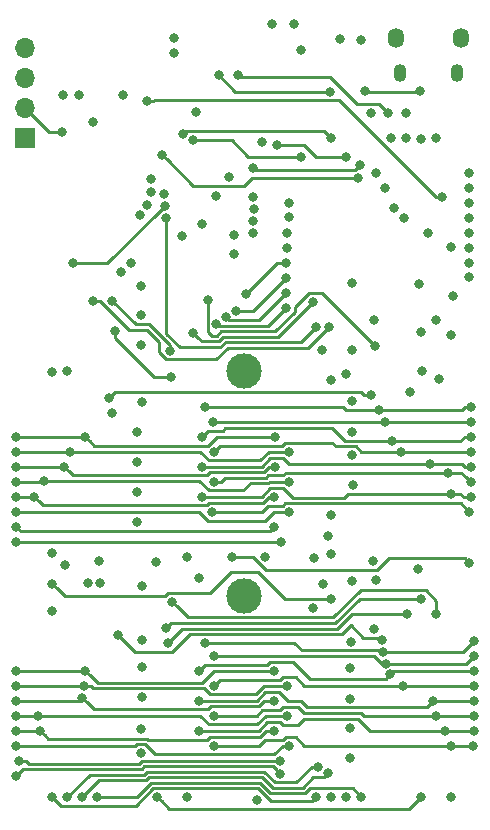
<source format=gbr>
G04 #@! TF.GenerationSoftware,KiCad,Pcbnew,(5.1.5-rc2)*
G04 #@! TF.CreationDate,2020-01-23T16:56:20-08:00*
G04 #@! TF.ProjectId,fpgb,66706762-2e6b-4696-9361-645f70636258,0.1*
G04 #@! TF.SameCoordinates,Original*
G04 #@! TF.FileFunction,Copper,L3,Inr*
G04 #@! TF.FilePolarity,Positive*
%FSLAX46Y46*%
G04 Gerber Fmt 4.6, Leading zero omitted, Abs format (unit mm)*
G04 Created by KiCad (PCBNEW (5.1.5-rc2)) date 2020-01-23 16:56:20*
%MOMM*%
%LPD*%
G04 APERTURE LIST*
%ADD10O,1.700000X1.700000*%
%ADD11R,1.700000X1.700000*%
%ADD12O,1.350000X1.700000*%
%ADD13O,1.100000X1.500000*%
%ADD14C,0.800000*%
%ADD15C,3.000000*%
%ADD16C,0.254000*%
G04 APERTURE END LIST*
D10*
X100330000Y-45339000D03*
X100330000Y-47879000D03*
X100330000Y-50419000D03*
D11*
X100330000Y-52959000D03*
D12*
X137198000Y-44478000D03*
X131738000Y-44478000D03*
D13*
X136888000Y-47478000D03*
X132048000Y-47478000D03*
D14*
X116713000Y-47625000D03*
X120650000Y-88392000D03*
X119912232Y-108973558D03*
X126238000Y-84836000D03*
X115062000Y-90170000D03*
X128712000Y-44620000D03*
X126111002Y-49022000D03*
X124714000Y-66802000D03*
X114554000Y-69469000D03*
X109759790Y-85471000D03*
X133858000Y-108712000D03*
X133604000Y-89408000D03*
X133858000Y-69342000D03*
X111506000Y-108712000D03*
X111429279Y-88829389D03*
X128524000Y-56324500D03*
X111886994Y-54356000D03*
X109759790Y-82880200D03*
X109759790Y-77800200D03*
X116332000Y-104394000D03*
X137922005Y-84581993D03*
X138243429Y-104399790D03*
X136398000Y-104394000D03*
X116109193Y-84622916D03*
X137858500Y-64706500D03*
X137922000Y-63500000D03*
X135890000Y-103124000D03*
X138080622Y-83343216D03*
X136350903Y-83058000D03*
X138296631Y-103124000D03*
X115061994Y-103124000D03*
X115316000Y-83312000D03*
X136144000Y-81280000D03*
X116332000Y-82042000D03*
X137922000Y-62230000D03*
X116332000Y-101854000D03*
X135128000Y-101854000D03*
X138029765Y-82064690D03*
X138296631Y-101854000D03*
X136334500Y-62166500D03*
X137922000Y-60960000D03*
X115062000Y-100584000D03*
X134874000Y-100584000D03*
X134620000Y-80518000D03*
X138093421Y-80772000D03*
X138296631Y-100584000D03*
X115316000Y-80772000D03*
X134397710Y-60959996D03*
X116332000Y-79502000D03*
X116332000Y-99314000D03*
X138093421Y-79502000D03*
X132334000Y-99314000D03*
X132111790Y-79502000D03*
X137922000Y-59690000D03*
X138296631Y-99314000D03*
X132397500Y-59690000D03*
X137922000Y-58420000D03*
X115062000Y-98044000D03*
X138093421Y-78232000D03*
X138296631Y-98044000D03*
X131349790Y-78613000D03*
X131226104Y-98352760D03*
X115316000Y-78232000D03*
X131572000Y-58864502D03*
X130810000Y-76962000D03*
X137922000Y-57150000D03*
X116332000Y-96774000D03*
X138093421Y-76962000D03*
X138296631Y-96774000D03*
X130810000Y-57163737D03*
X130820339Y-97435270D03*
X116205000Y-76961998D03*
X137922000Y-55880000D03*
X115570000Y-95675421D03*
X138093421Y-75692000D03*
X138296631Y-95504000D03*
X130302000Y-75946000D03*
X130048000Y-55880000D03*
X130572578Y-96463134D03*
X115570000Y-75692000D03*
X135128000Y-93218000D03*
X112776000Y-92201988D03*
X112680790Y-73152000D03*
X107941663Y-69286837D03*
X135382000Y-73342500D03*
X135128000Y-52960002D03*
X133858000Y-91948000D03*
X112593058Y-70953732D03*
X107696000Y-66738500D03*
X133911311Y-72654831D03*
X112268004Y-94424500D03*
X133858000Y-53022500D03*
X133667500Y-65278000D03*
X107696000Y-76199998D03*
X132657843Y-93218000D03*
X132873790Y-74427501D03*
X112395000Y-95694502D03*
X110934500Y-56451500D03*
X132524500Y-52959000D03*
X107442000Y-74930000D03*
X130491340Y-95463217D03*
X129571790Y-74709795D03*
X108140500Y-95059500D03*
X104394000Y-63563500D03*
X112109925Y-58694701D03*
X131318000Y-52960000D03*
X110134400Y-70459600D03*
X123698000Y-45466000D03*
X127000000Y-44577000D03*
D15*
X118872000Y-72644000D03*
X118872000Y-91694000D03*
D14*
X129565500Y-50800000D03*
X106045000Y-51625500D03*
X119634000Y-60960000D03*
X116497000Y-57810500D03*
X110134400Y-67919600D03*
X126238000Y-91948000D03*
X126238000Y-52960000D03*
X102616000Y-90678000D03*
X126238000Y-73406000D03*
X103886000Y-72675790D03*
X113654123Y-52567121D03*
X102616000Y-72772000D03*
X110185210Y-75311000D03*
X99568000Y-78232000D03*
X121412000Y-98044000D03*
X99568000Y-98044000D03*
X121432411Y-78233356D03*
X105410000Y-78232000D03*
X105410000Y-98025196D03*
X122682000Y-58420000D03*
X122682000Y-79502000D03*
X99568000Y-79502000D03*
X99568000Y-99314000D03*
X105291337Y-99313994D03*
X104140000Y-79502000D03*
X122510579Y-99314000D03*
X122618500Y-59626500D03*
X99568000Y-80772000D03*
X121412000Y-100584000D03*
X99568000Y-100584000D03*
X121432411Y-80773356D03*
X105156010Y-100330000D03*
X103632000Y-80772000D03*
X122491500Y-60960000D03*
X122682000Y-82042000D03*
X99568000Y-82042000D03*
X99568000Y-101854000D03*
X122510579Y-101854000D03*
X101354337Y-101845663D03*
X101917488Y-81978500D03*
X122491500Y-62230000D03*
X121412000Y-83312000D03*
X99568000Y-83312000D03*
X99568000Y-103124000D03*
X121412000Y-103124000D03*
X101600000Y-103124000D03*
X118990662Y-66158664D03*
X101092000Y-83311998D03*
X122428000Y-63500000D03*
X122682000Y-104394000D03*
X99568000Y-104394000D03*
X122682000Y-84582000D03*
X99568000Y-84582000D03*
X118146781Y-67590700D03*
X122421632Y-64770000D03*
X121412000Y-85852000D03*
X99568000Y-85852000D03*
X99822000Y-105664000D03*
X121919996Y-105655664D03*
X117281737Y-68098768D03*
X122421632Y-66040000D03*
X99568000Y-87122000D03*
X99568000Y-106934000D03*
X121920000Y-106762589D03*
X122002579Y-87122000D03*
X116490710Y-68715785D03*
X122421632Y-67310000D03*
X124968000Y-108712000D03*
X102616000Y-108712000D03*
X124968000Y-68960000D03*
X102566833Y-88065935D03*
X124780873Y-88529920D03*
X112268006Y-59690000D03*
X126238000Y-108712000D03*
X103886000Y-108712000D03*
X126229663Y-88129663D03*
X103652275Y-89093866D03*
X125126626Y-106159093D03*
X126015790Y-68960000D03*
X106089421Y-66738500D03*
X128778000Y-108712000D03*
X106540199Y-88772000D03*
X106426000Y-108712000D03*
X129927368Y-70517555D03*
X115760500Y-66675000D03*
X130048000Y-90360500D03*
X110942837Y-57539337D03*
X109759790Y-80340200D03*
X110103068Y-104973199D03*
X110075263Y-102979937D03*
X110159800Y-100304600D03*
X110187468Y-90900210D03*
X106680000Y-90655591D03*
X102616000Y-92964000D03*
X110222908Y-95472210D03*
X110159800Y-97764600D03*
X128058957Y-82327790D03*
X127965200Y-79787790D03*
X127965200Y-77851000D03*
X127965200Y-70866000D03*
X127508000Y-72898000D03*
X110134400Y-65455800D03*
X127965200Y-75215790D03*
X129741640Y-88772000D03*
X127793790Y-102920800D03*
X127793790Y-100406200D03*
X127793790Y-97815400D03*
X129802334Y-94479660D03*
X127982608Y-90474065D03*
X124714000Y-92710000D03*
X127932879Y-95572322D03*
X127793790Y-105410000D03*
X135128000Y-68326000D03*
X136493200Y-66294000D03*
X136398000Y-69596000D03*
X135636000Y-57975500D03*
X110617000Y-49784000D03*
X136398000Y-108712000D03*
X110649514Y-58576334D03*
X137922000Y-88900000D03*
X117856000Y-88392000D03*
X110045500Y-59435996D03*
X114046000Y-108712000D03*
X108458000Y-64262000D03*
X114046000Y-88392000D03*
X109283498Y-63563500D03*
X133737800Y-48926800D03*
X129087170Y-48966830D03*
X118364000Y-47625000D03*
X131038500Y-50800000D03*
X103409790Y-52432456D03*
X117564000Y-56235500D03*
X121185388Y-43300200D03*
X113601500Y-61214000D03*
X123063000Y-43300200D03*
X115252500Y-60198000D03*
X108585000Y-49339500D03*
X112077438Y-57691490D03*
X104838500Y-49276000D03*
X103505000Y-49276000D03*
X112903000Y-45720000D03*
X112903000Y-44450000D03*
X117983000Y-62801500D03*
X127508000Y-54546500D03*
X121602500Y-53530500D03*
X128625049Y-55236353D03*
X117951290Y-61150500D03*
X119584290Y-55468537D03*
X127508000Y-108712000D03*
X105156000Y-108712000D03*
X125984000Y-86614000D03*
X125476000Y-70866000D03*
X125984000Y-106680000D03*
X123634499Y-54546500D03*
X125539500Y-90741500D03*
X105665631Y-90582790D03*
X114554000Y-53149500D03*
X132588000Y-50800000D03*
X129825735Y-68326000D03*
X128000542Y-65257566D03*
X119634000Y-59944000D03*
X119671976Y-58909712D03*
X119602279Y-57906490D03*
X114744500Y-50736500D03*
X120332500Y-53276502D03*
D16*
X125545317Y-49022000D02*
X126111002Y-49022000D01*
X118110000Y-49022000D02*
X125545317Y-49022000D01*
X116713000Y-47625000D02*
X118110000Y-49022000D01*
X117095118Y-69773789D02*
X116701408Y-70167500D01*
X121742211Y-69773789D02*
X117095118Y-69773789D01*
X116701408Y-70167500D02*
X115252500Y-70167500D01*
X115252500Y-70167500D02*
X114953999Y-69868999D01*
X124714000Y-66802000D02*
X121742211Y-69773789D01*
X114953999Y-69868999D02*
X114554000Y-69469000D01*
X133858000Y-108712000D02*
X132842000Y-109728000D01*
X132842000Y-109728000D02*
X112522000Y-109728000D01*
X111905999Y-109111999D02*
X111506000Y-108712000D01*
X112522000Y-109728000D02*
X111905999Y-109111999D01*
X112286993Y-54755999D02*
X111886994Y-54356000D01*
X114553994Y-57023000D02*
X112286993Y-54755999D01*
X118802722Y-57023000D02*
X114553994Y-57023000D01*
X119501222Y-56324500D02*
X118802722Y-57023000D01*
X128524000Y-56324500D02*
X119501222Y-56324500D01*
X137921998Y-84582000D02*
X137922005Y-84581993D01*
X123952000Y-104394000D02*
X136652000Y-104394000D01*
X122141651Y-103886000D02*
X122363852Y-103663799D01*
X136403790Y-104399790D02*
X136398000Y-104394000D01*
X138243429Y-104399790D02*
X136403790Y-104399790D01*
X136652000Y-104394000D02*
X136398000Y-104394000D01*
X116332000Y-104394000D02*
X120101565Y-104394000D01*
X120609565Y-103886000D02*
X122141651Y-103886000D01*
X122363852Y-103663799D02*
X123221799Y-103663799D01*
X120101565Y-104394000D02*
X120609565Y-103886000D01*
X123221799Y-103663799D02*
X123952000Y-104394000D01*
X137191811Y-83851799D02*
X122331503Y-83851799D01*
X120904000Y-84074000D02*
X120355084Y-84622916D01*
X122109302Y-84074000D02*
X120904000Y-84074000D01*
X116674878Y-84622916D02*
X116109193Y-84622916D01*
X122331503Y-83851799D02*
X122109302Y-84074000D01*
X120355084Y-84622916D02*
X116674878Y-84622916D01*
X137922005Y-84581993D02*
X137191811Y-83851799D01*
X135890000Y-103124000D02*
X138296631Y-103124000D01*
X128524000Y-102108000D02*
X123906951Y-102108000D01*
X120078378Y-103124000D02*
X115627679Y-103124000D01*
X115627679Y-103124000D02*
X115061994Y-103124000D01*
X122142201Y-102616000D02*
X121920000Y-102393799D01*
X135890000Y-103124000D02*
X129540000Y-103124000D01*
X129540000Y-103124000D02*
X128524000Y-102108000D01*
X120808579Y-102393799D02*
X120078378Y-103124000D01*
X123906951Y-102108000D02*
X123398951Y-102616000D01*
X123398951Y-102616000D02*
X122142201Y-102616000D01*
X121920000Y-102393799D02*
X120808579Y-102393799D01*
X127673176Y-83058000D02*
X127336588Y-83394588D01*
X138080622Y-83343216D02*
X137445216Y-83343216D01*
X120331302Y-83312000D02*
X115881685Y-83312000D01*
X122953890Y-83394588D02*
X122109302Y-82550000D01*
X127336588Y-83394588D02*
X122953890Y-83394588D01*
X137160000Y-83058000D02*
X127673176Y-83058000D01*
X121088830Y-82600844D02*
X121042458Y-82600844D01*
X121139674Y-82550000D02*
X121088830Y-82600844D01*
X137445216Y-83343216D02*
X137160000Y-83058000D01*
X121042458Y-82600844D02*
X120331302Y-83312000D01*
X122109302Y-82550000D02*
X121139674Y-82550000D01*
X115881685Y-83312000D02*
X115316000Y-83312000D01*
X128778000Y-101600000D02*
X129032000Y-101854000D01*
X123952000Y-101600000D02*
X128778000Y-101600000D01*
X123444000Y-101092000D02*
X123952000Y-101600000D01*
X121869210Y-101396790D02*
X122174000Y-101092000D01*
X120400195Y-101396790D02*
X121869210Y-101396790D01*
X116332000Y-101854000D02*
X119942985Y-101854000D01*
X122174000Y-101092000D02*
X123444000Y-101092000D01*
X119942985Y-101854000D02*
X120400195Y-101396790D01*
X129032000Y-101854000D02*
X135128000Y-101854000D01*
X135128000Y-101854000D02*
X138296631Y-101854000D01*
X137629766Y-81664691D02*
X138029765Y-82064690D01*
X137245075Y-81280000D02*
X137629766Y-81664691D01*
X122139745Y-81503557D02*
X122363302Y-81280000D01*
X122363302Y-81280000D02*
X137245075Y-81280000D01*
X120710066Y-81686422D02*
X120892931Y-81503557D01*
X116332000Y-82042000D02*
X116897685Y-82042000D01*
X117253263Y-81686422D02*
X120710066Y-81686422D01*
X120892931Y-81503557D02*
X122139745Y-81503557D01*
X116897685Y-82042000D02*
X117253263Y-81686422D01*
X115062000Y-100584000D02*
X119919799Y-100584000D01*
X119919799Y-100584000D02*
X120650000Y-99853799D01*
X121762497Y-99853799D02*
X122543489Y-100634791D01*
X120650000Y-99853799D02*
X121762497Y-99853799D01*
X134474001Y-100983999D02*
X134874000Y-100584000D01*
X122543489Y-100634791D02*
X123633383Y-100634791D01*
X123633383Y-100634791D02*
X124134993Y-101136401D01*
X124134993Y-101136401D02*
X134321599Y-101136401D01*
X134321599Y-101136401D02*
X134474001Y-100983999D01*
X134874000Y-100584000D02*
X138296631Y-100584000D01*
X137527736Y-80772000D02*
X137273736Y-80518000D01*
X120331302Y-80772000D02*
X115881685Y-80772000D01*
X138093421Y-80772000D02*
X137527736Y-80772000D01*
X121061503Y-80041799D02*
X120331302Y-80772000D01*
X122617302Y-80518000D02*
X122141101Y-80041799D01*
X137273736Y-80518000D02*
X122617302Y-80518000D01*
X115881685Y-80772000D02*
X115316000Y-80772000D01*
X122141101Y-80041799D02*
X121061503Y-80041799D01*
X116789210Y-98856790D02*
X121887089Y-98856790D01*
X116332000Y-99314000D02*
X116789210Y-98856790D01*
X123221799Y-98583799D02*
X123952000Y-99314000D01*
X123952000Y-99314000D02*
X131768315Y-99314000D01*
X121887089Y-98856790D02*
X122160081Y-98583798D01*
X131768315Y-99314000D02*
X132334000Y-99314000D01*
X122160081Y-98583798D02*
X123221799Y-98583799D01*
X132334000Y-99314000D02*
X138296631Y-99314000D01*
X128315697Y-79057589D02*
X128760108Y-79502000D01*
X116332000Y-79502000D02*
X116789210Y-79044790D01*
X116789210Y-79044790D02*
X122058512Y-79044790D01*
X137527736Y-79502000D02*
X138093421Y-79502000D01*
X122058512Y-79044790D02*
X122331503Y-78771799D01*
X122331503Y-78771799D02*
X126327503Y-78771799D01*
X128760108Y-79502000D02*
X137527736Y-79502000D01*
X126327503Y-78771799D02*
X126613293Y-79057589D01*
X126613293Y-79057589D02*
X128315697Y-79057589D01*
X120788512Y-97586790D02*
X121061503Y-97313799D01*
X138296631Y-98044000D02*
X131534864Y-98044000D01*
X124406759Y-98752759D02*
X130826105Y-98752759D01*
X122967799Y-97313799D02*
X124406759Y-98752759D01*
X121061503Y-97313799D02*
X122967799Y-97313799D01*
X130826105Y-98752759D02*
X131226104Y-98352760D01*
X115519210Y-97586790D02*
X120788512Y-97586790D01*
X115062000Y-98044000D02*
X115519210Y-97586790D01*
X131534864Y-98044000D02*
X131226104Y-98352760D01*
X115715999Y-77832001D02*
X115316000Y-78232000D01*
X117252701Y-77501799D02*
X117030500Y-77724000D01*
X117030500Y-77724000D02*
X115824000Y-77724000D01*
X138093421Y-78232000D02*
X137527736Y-78232000D01*
X126326742Y-77501799D02*
X117252701Y-77501799D01*
X115824000Y-77724000D02*
X115715999Y-77832001D01*
X127425321Y-78600378D02*
X126326742Y-77501799D01*
X137159358Y-78600378D02*
X127425321Y-78600378D01*
X137527736Y-78232000D02*
X137159358Y-78600378D01*
X138296631Y-96774000D02*
X137635361Y-97435270D01*
X131386024Y-97435270D02*
X130820339Y-97435270D01*
X137635361Y-97435270D02*
X131386024Y-97435270D01*
X129842031Y-96774000D02*
X130503301Y-97435270D01*
X130503301Y-97435270D02*
X130820339Y-97435270D01*
X116332000Y-96774000D02*
X129842031Y-96774000D01*
X116205002Y-76962000D02*
X116205000Y-76961998D01*
X138093421Y-76962000D02*
X116205002Y-76962000D01*
X138296631Y-95504000D02*
X137337497Y-96463134D01*
X131138263Y-96463134D02*
X130572578Y-96463134D01*
X137337497Y-96463134D02*
X131138263Y-96463134D01*
X130412382Y-96302938D02*
X130572578Y-96463134D01*
X123734938Y-96302938D02*
X130412382Y-96302938D01*
X123107421Y-95675421D02*
X123734938Y-96302938D01*
X115570000Y-95675421D02*
X123107421Y-95675421D01*
X116135685Y-75692000D02*
X115570000Y-75692000D01*
X127234999Y-75692000D02*
X116135685Y-75692000D01*
X137273736Y-75946000D02*
X127488999Y-75946000D01*
X137527736Y-75692000D02*
X137273736Y-75946000D01*
X127488999Y-75946000D02*
X127234999Y-75692000D01*
X138093421Y-75692000D02*
X137527736Y-75692000D01*
X128711423Y-91217799D02*
X126405021Y-93524201D01*
X135128000Y-92137302D02*
X134208497Y-91217799D01*
X113175999Y-92601987D02*
X112776000Y-92201988D01*
X114098213Y-93524201D02*
X113175999Y-92601987D01*
X126405021Y-93524201D02*
X114098213Y-93524201D01*
X134208497Y-91217799D02*
X128711423Y-91217799D01*
X135128000Y-93218000D02*
X135128000Y-92137302D01*
X112680790Y-73152000D02*
X111241141Y-73152000D01*
X107941663Y-69852522D02*
X107941663Y-69286837D01*
X111241141Y-73152000D02*
X107941663Y-69852522D01*
X110807500Y-68707000D02*
X109664500Y-68707000D01*
X112593058Y-70492558D02*
X110807500Y-68707000D01*
X109664500Y-68707000D02*
X107696000Y-66738500D01*
X112593058Y-70953732D02*
X112593058Y-70492558D01*
X112668003Y-94024501D02*
X112268004Y-94424500D01*
X128627816Y-91948000D02*
X126551315Y-94024501D01*
X133858000Y-91948000D02*
X128627816Y-91948000D01*
X126551315Y-94024501D02*
X112668003Y-94024501D01*
X128004408Y-93218000D02*
X126734408Y-94488000D01*
X126734408Y-94488000D02*
X113601502Y-94488000D01*
X112794999Y-95294503D02*
X112395000Y-95694502D01*
X113601502Y-94488000D02*
X112794999Y-95294503D01*
X132657843Y-93218000D02*
X128004408Y-93218000D01*
X107886411Y-74485589D02*
X128781899Y-74485589D01*
X128781899Y-74485589D02*
X129006105Y-74709795D01*
X107442000Y-74930000D02*
X107886411Y-74485589D01*
X129006105Y-74709795D02*
X129571790Y-74709795D01*
X112745497Y-96488201D02*
X109569201Y-96488201D01*
X114288478Y-94945220D02*
X112745497Y-96488201D01*
X127114280Y-94945220D02*
X114288478Y-94945220D01*
X127857250Y-94202250D02*
X127114280Y-94945220D01*
X109569201Y-96488201D02*
X108140500Y-95059500D01*
X128905000Y-95250000D02*
X127857250Y-94202250D01*
X130278123Y-95250000D02*
X128905000Y-95250000D01*
X130491340Y-95463217D02*
X130278123Y-95250000D01*
X104394000Y-63563500D02*
X107241126Y-63563500D01*
X107241126Y-63563500D02*
X111709926Y-59094700D01*
X111709926Y-59094700D02*
X112109925Y-58694701D01*
X103692088Y-91754088D02*
X103015999Y-91077999D01*
X112143200Y-91754088D02*
X103692088Y-91754088D01*
X112425502Y-91471786D02*
X112143200Y-91754088D01*
X115919214Y-91471786D02*
X112425502Y-91471786D01*
X126238000Y-91948000D02*
X122301000Y-91948000D01*
X117729000Y-89662000D02*
X115919214Y-91471786D01*
X103015999Y-91077999D02*
X102616000Y-90678000D01*
X120015000Y-89662000D02*
X117729000Y-89662000D01*
X122301000Y-91948000D02*
X120015000Y-89662000D01*
X113865447Y-52355797D02*
X113654123Y-52567121D01*
X125633797Y-52355797D02*
X113865447Y-52355797D01*
X126238000Y-52960000D02*
X125633797Y-52355797D01*
X99568000Y-78232000D02*
X105410000Y-78232000D01*
X99568000Y-98044000D02*
X105391196Y-98044000D01*
X105391196Y-98044000D02*
X105410000Y-98025196D01*
X116299651Y-98044000D02*
X115287081Y-99056570D01*
X105809999Y-98425195D02*
X105410000Y-98025196D01*
X115287081Y-99056570D02*
X106441374Y-99056570D01*
X106441374Y-99056570D02*
X105809999Y-98425195D01*
X121412000Y-98044000D02*
X116299651Y-98044000D01*
X105809999Y-78631999D02*
X105410000Y-78232000D01*
X106172000Y-78994000D02*
X105809999Y-78631999D01*
X115760500Y-78994000D02*
X106172000Y-78994000D01*
X116522500Y-78232000D02*
X115760500Y-78994000D01*
X116649500Y-78232000D02*
X116522500Y-78232000D01*
X116650856Y-78233356D02*
X116649500Y-78232000D01*
X121432411Y-78233356D02*
X116650856Y-78233356D01*
X99568000Y-99314000D02*
X105291331Y-99314000D01*
X105291331Y-99314000D02*
X105291337Y-99313994D01*
X99568000Y-79502000D02*
X104140000Y-79502000D01*
X115451083Y-99513781D02*
X115981503Y-100044201D01*
X121944894Y-99314000D02*
X122510579Y-99314000D01*
X105291337Y-99313994D02*
X105857022Y-99313994D01*
X105857022Y-99313994D02*
X106056809Y-99513781D01*
X120543207Y-99314000D02*
X121944894Y-99314000D01*
X119813006Y-100044201D02*
X120543207Y-99314000D01*
X106056809Y-99513781D02*
X115451083Y-99513781D01*
X115981503Y-100044201D02*
X119813006Y-100044201D01*
X120224509Y-80232201D02*
X115856901Y-80232201D01*
X120954710Y-79502000D02*
X120224509Y-80232201D01*
X115856901Y-80232201D02*
X115126700Y-79502000D01*
X115126700Y-79502000D02*
X104705685Y-79502000D01*
X104705685Y-79502000D02*
X104140000Y-79502000D01*
X122682000Y-79502000D02*
X120954710Y-79502000D01*
X104902010Y-100584000D02*
X105156010Y-100330000D01*
X99568000Y-100584000D02*
X104902010Y-100584000D01*
X115791101Y-101314201D02*
X106140211Y-101314201D01*
X121412000Y-100584000D02*
X120566392Y-100584000D01*
X120566392Y-100584000D02*
X120109181Y-101041211D01*
X116064091Y-101041211D02*
X115791101Y-101314201D01*
X120109181Y-101041211D02*
X116064091Y-101041211D01*
X106140211Y-101314201D02*
X105556009Y-100729999D01*
X105556009Y-100729999D02*
X105156010Y-100330000D01*
X99568000Y-80772000D02*
X103632000Y-80772000D01*
X115696450Y-81502201D02*
X104362201Y-81502201D01*
X121432411Y-80773356D02*
X120976539Y-80773356D01*
X104362201Y-81502201D02*
X104031999Y-81171999D01*
X120976539Y-80773356D02*
X120520684Y-81229211D01*
X104031999Y-81171999D02*
X103632000Y-80772000D01*
X120520684Y-81229211D02*
X115969440Y-81229211D01*
X115969440Y-81229211D02*
X115696450Y-81502201D01*
X99568000Y-101854000D02*
X101346000Y-101854000D01*
X101346000Y-101854000D02*
X101354337Y-101845663D01*
X119971584Y-102584201D02*
X115856901Y-102584201D01*
X122510579Y-101854000D02*
X120701785Y-101854000D01*
X120701785Y-101854000D02*
X119971584Y-102584201D01*
X115118363Y-101845663D02*
X101920022Y-101845663D01*
X115856901Y-102584201D02*
X115118363Y-101845663D01*
X101920022Y-101845663D02*
X101354337Y-101845663D01*
X99568000Y-82042000D02*
X101346000Y-82042000D01*
X115856901Y-82772201D02*
X115063200Y-81978500D01*
X121001081Y-82042000D02*
X120899448Y-82143633D01*
X101346000Y-82042000D02*
X101911685Y-82042000D01*
X101917488Y-82036197D02*
X101917488Y-81978500D01*
X122682000Y-82042000D02*
X121001081Y-82042000D01*
X120899448Y-82143633D02*
X119416959Y-82143633D01*
X101911685Y-82042000D02*
X101917488Y-82036197D01*
X115063200Y-81978500D02*
X102483173Y-81978500D01*
X119416959Y-82143633D02*
X118788391Y-82772201D01*
X102483173Y-81978500D02*
X101917488Y-81978500D01*
X118788391Y-82772201D02*
X115856901Y-82772201D01*
X115918651Y-103632000D02*
X115664651Y-103886000D01*
X99568000Y-103124000D02*
X101600000Y-103124000D01*
X120216971Y-103632000D02*
X115918651Y-103632000D01*
X120724971Y-103124000D02*
X120216971Y-103632000D01*
X115664651Y-103886000D02*
X110743160Y-103886000D01*
X102261787Y-103785787D02*
X101999999Y-103523999D01*
X121412000Y-103124000D02*
X120724971Y-103124000D01*
X110642947Y-103785787D02*
X102261787Y-103785787D01*
X110743160Y-103886000D02*
X110642947Y-103785787D01*
X101999999Y-103523999D02*
X101600000Y-103124000D01*
X121412000Y-83312000D02*
X120977894Y-83312000D01*
X115888700Y-83820000D02*
X115666498Y-84042202D01*
X99568000Y-83312000D02*
X101091998Y-83312000D01*
X101091998Y-83312000D02*
X101092000Y-83311998D01*
X120469894Y-83820000D02*
X115888700Y-83820000D01*
X101491999Y-83711997D02*
X101092000Y-83311998D01*
X101822204Y-84042202D02*
X101491999Y-83711997D01*
X120977894Y-83312000D02*
X120469894Y-83820000D01*
X115666498Y-84042202D02*
X101822204Y-84042202D01*
X121649326Y-63500000D02*
X122428000Y-63500000D01*
X118990662Y-66158664D02*
X121649326Y-63500000D01*
X99568000Y-104394000D02*
X109601569Y-104394000D01*
X110453565Y-104242998D02*
X111334768Y-105124201D01*
X109752571Y-104242998D02*
X110453565Y-104242998D01*
X109601569Y-104394000D02*
X109752571Y-104242998D01*
X111334768Y-105124201D02*
X121386114Y-105124201D01*
X122116315Y-104394000D02*
X122682000Y-104394000D01*
X121386114Y-105124201D02*
X122116315Y-104394000D01*
X120650000Y-85344000D02*
X121412000Y-84582000D01*
X116459691Y-85353118D02*
X116468809Y-85344000D01*
X116468809Y-85344000D02*
X120650000Y-85344000D01*
X115758695Y-85353118D02*
X116459691Y-85353118D01*
X99568000Y-84582000D02*
X114987577Y-84582000D01*
X121412000Y-84582000D02*
X122116315Y-84582000D01*
X114987577Y-84582000D02*
X115758695Y-85353118D01*
X122116315Y-84582000D02*
X122682000Y-84582000D01*
X122021633Y-65169999D02*
X122421632Y-64770000D01*
X119600932Y-67590700D02*
X122021633Y-65169999D01*
X118146781Y-67590700D02*
X119600932Y-67590700D01*
X121012001Y-86251999D02*
X121412000Y-85852000D01*
X99967999Y-86251999D02*
X121012001Y-86251999D01*
X99568000Y-85852000D02*
X99967999Y-86251999D01*
X121354311Y-105655664D02*
X121919996Y-105655664D01*
X109986392Y-105917945D02*
X110208593Y-105695744D01*
X100387685Y-105664000D02*
X100641630Y-105917945D01*
X121314231Y-105695744D02*
X121354311Y-105655664D01*
X99822000Y-105664000D02*
X100387685Y-105664000D01*
X100641630Y-105917945D02*
X109986392Y-105917945D01*
X110208593Y-105695744D02*
X121314231Y-105695744D01*
X117540377Y-68357408D02*
X120104224Y-68357408D01*
X122021633Y-66439999D02*
X122421632Y-66040000D01*
X120104224Y-68357408D02*
X122021633Y-66439999D01*
X117281737Y-68098768D02*
X117540377Y-68357408D01*
X99568000Y-87122000D02*
X122002579Y-87122000D01*
X121520001Y-106362590D02*
X121920000Y-106762589D01*
X99568000Y-106934000D02*
X100126844Y-106375156D01*
X100126844Y-106375156D02*
X110175774Y-106375156D01*
X110175774Y-106375156D02*
X110397975Y-106152955D01*
X121310366Y-106152955D02*
X121520001Y-106362590D01*
X110397975Y-106152955D02*
X121310366Y-106152955D01*
X120872265Y-68859367D02*
X122021633Y-67709999D01*
X116634292Y-68859367D02*
X120872265Y-68859367D01*
X116490710Y-68715785D02*
X116634292Y-68859367D01*
X122021633Y-67709999D02*
X122421632Y-67310000D01*
X121131371Y-109111999D02*
X124568001Y-109111999D01*
X120001171Y-107981799D02*
X121131371Y-109111999D01*
X102616000Y-108712000D02*
X103378000Y-109474000D01*
X124568001Y-109111999D02*
X124968000Y-108712000D01*
X111155503Y-107981799D02*
X120001171Y-107981799D01*
X109663302Y-109474000D02*
X111155503Y-107981799D01*
X103378000Y-109474000D02*
X109663302Y-109474000D01*
X117284500Y-70231000D02*
X116840000Y-70675500D01*
X124968000Y-68960000D02*
X123697000Y-70231000D01*
X112268006Y-69520914D02*
X112268006Y-60255685D01*
X123697000Y-70231000D02*
X117284500Y-70231000D01*
X116840000Y-70675500D02*
X113422592Y-70675500D01*
X113422592Y-70675500D02*
X112268006Y-69520914D01*
X112268006Y-60255685D02*
X112268006Y-59690000D01*
X103886000Y-108712000D02*
X105765633Y-106832367D01*
X110587356Y-106610167D02*
X120569318Y-106610167D01*
X105765633Y-106832367D02*
X110365156Y-106832367D01*
X120569318Y-106610167D02*
X121451939Y-107492789D01*
X124560941Y-106159093D02*
X125126626Y-106159093D01*
X110365156Y-106832367D02*
X110587356Y-106610167D01*
X121451939Y-107492789D02*
X123227245Y-107492789D01*
X123227245Y-107492789D02*
X124560941Y-106159093D01*
X126015790Y-68960000D02*
X124287580Y-70688210D01*
X117473882Y-70688210D02*
X116478159Y-71683933D01*
X110617000Y-69215000D02*
X109131606Y-69215000D01*
X112242561Y-71683933D02*
X111633000Y-71074372D01*
X116478159Y-71683933D02*
X112242561Y-71683933D01*
X111633000Y-70231000D02*
X110617000Y-69215000D01*
X111633000Y-71074372D02*
X111633000Y-70231000D01*
X106655106Y-66738500D02*
X106089421Y-66738500D01*
X124287580Y-70688210D02*
X117473882Y-70688210D01*
X109131606Y-69215000D02*
X106655106Y-66738500D01*
X106991685Y-108712000D02*
X106426000Y-108712000D01*
X124002789Y-108407211D02*
X121073176Y-108407211D01*
X124428202Y-107981799D02*
X124002789Y-108407211D01*
X128047799Y-107981799D02*
X124428202Y-107981799D01*
X110966121Y-107524588D02*
X109778709Y-108712000D01*
X109778709Y-108712000D02*
X106991685Y-108712000D01*
X121073176Y-108407211D02*
X120190553Y-107524588D01*
X128778000Y-108712000D02*
X128047799Y-107981799D01*
X120190553Y-107524588D02*
X110966121Y-107524588D01*
X123151834Y-67279498D02*
X123151834Y-67660498D01*
X116512025Y-69710289D02*
X116128789Y-69710289D01*
X129927368Y-70517555D02*
X125481612Y-66071799D01*
X115760500Y-67240685D02*
X115760500Y-66675000D01*
X115760500Y-69342000D02*
X115760500Y-67240685D01*
X124359533Y-66071799D02*
X123151834Y-67279498D01*
X123151834Y-67660498D02*
X121495754Y-69316578D01*
X116905736Y-69316578D02*
X116512025Y-69710289D01*
X125481612Y-66071799D02*
X124359533Y-66071799D01*
X116128789Y-69710289D02*
X115760500Y-69342000D01*
X121495754Y-69316578D02*
X116905736Y-69316578D01*
X111201686Y-49764999D02*
X111182685Y-49784000D01*
X135636000Y-57975500D02*
X135070315Y-57975500D01*
X111182685Y-49784000D02*
X110617000Y-49784000D01*
X135070315Y-57975500D02*
X126859814Y-49764999D01*
X126859814Y-49764999D02*
X111201686Y-49764999D01*
X119569302Y-88392000D02*
X117856000Y-88392000D01*
X120679503Y-89502201D02*
X119569302Y-88392000D01*
X130092137Y-89502201D02*
X120679503Y-89502201D01*
X131094337Y-88500001D02*
X130092137Y-89502201D01*
X137522001Y-88500001D02*
X131094337Y-88500001D01*
X137922000Y-88900000D02*
X137522001Y-88500001D01*
X129142340Y-49022000D02*
X133642600Y-49022000D01*
X133642600Y-49022000D02*
X133737800Y-48926800D01*
X129087170Y-48966830D02*
X129142340Y-49022000D01*
X128397000Y-50038000D02*
X130276500Y-50038000D01*
X126111000Y-47752000D02*
X128397000Y-50038000D01*
X130276500Y-50038000D02*
X131038500Y-50800000D01*
X118491000Y-47752000D02*
X126111000Y-47752000D01*
X118364000Y-47625000D02*
X118491000Y-47752000D01*
X100330000Y-50419000D02*
X102343456Y-52432456D01*
X102343456Y-52432456D02*
X103409790Y-52432456D01*
X127508000Y-54546500D02*
X124968000Y-54546500D01*
X122168185Y-53530500D02*
X121602500Y-53530500D01*
X124968000Y-54546500D02*
X123952000Y-53530500D01*
X123952000Y-53530500D02*
X122168185Y-53530500D01*
X128625049Y-55236353D02*
X128225050Y-55636352D01*
X128225050Y-55636352D02*
X119752105Y-55636352D01*
X119752105Y-55636352D02*
X119584290Y-55468537D01*
X105156000Y-108712000D02*
X106578422Y-107289578D01*
X110554538Y-107289578D02*
X110776739Y-107067377D01*
X106578422Y-107289578D02*
X110554538Y-107289578D01*
X123813407Y-107950000D02*
X124683408Y-107079999D01*
X110776739Y-107067377D02*
X120379935Y-107067377D01*
X125584001Y-107079999D02*
X125984000Y-106680000D01*
X124683408Y-107079999D02*
X125584001Y-107079999D01*
X121262557Y-107950000D02*
X123813407Y-107950000D01*
X120379935Y-107067377D02*
X121262557Y-107950000D01*
X117793698Y-53149500D02*
X115119685Y-53149500D01*
X123634499Y-54546500D02*
X119190698Y-54546500D01*
X119190698Y-54546500D02*
X117793698Y-53149500D01*
X115119685Y-53149500D02*
X114554000Y-53149500D01*
M02*

</source>
